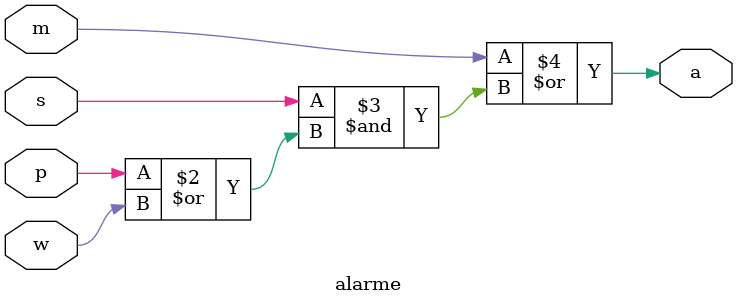
<source format=v>
module alarme(p,w,m,s,a);
    input p,w,m,s; 
    output reg a;

    always @ (p or w or m or s) begin
        a = m | (s & (p | w));
    end
endmodule
</source>
